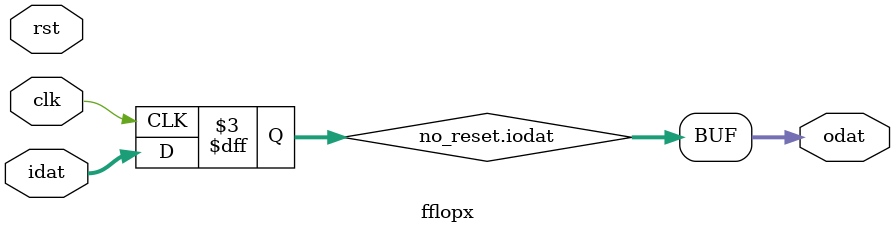
<source format=v>
(* keep_hierarchy = "yes" *) module fflopx
    (
     clk,
     rst,
     idat,
     odat
     );

parameter WIDTH = 8;
parameter RESET_VALUE = {WIDTH{1'b0}};
parameter RESET_ON = 0; //set to 1 if need reset function

input   clk, rst;

input  [WIDTH-1:0] idat;

output [WIDTH-1:0] odat;
//reg [WIDTH-1:0]   odat = RESET_VALUE; // updated by hw-bhtcuong

generate
if (RESET_ON == 0)
    begin: no_reset
    //fflopnx #(WIDTH,RESET_VALUE) flop_ins (clk,rst_,idat,odat)
    /*
    always @ (posedge clk)
    begin
    odat <= idat;
    end
     */
    // added by hw-bhtcuong, thi is use for initial value of synthesis
    reg    [WIDTH-1:0] iodat = RESET_VALUE;
    assign             odat = iodat;
    always @ (posedge clk)
        begin
        iodat <= idat;
        end
    // end
    end
else
    begin:with_reset    
    //fflopsx #(WIDTH,RESET_VALUE) flop_ins (clk,rst_,idat,odat)
    /*
    always @ (posedge clk)
        begin
        if (rst) odat <= RESET_VALUE;
        else odat <= idat;
        end
     */
    // added by hw-bhtcuong, thi is use for initial value of synthesis
    reg    [WIDTH-1:0] iodat = RESET_VALUE;
    assign             odat = iodat;
    always @ (posedge clk)
        begin
        if (rst) iodat <= RESET_VALUE;
        else iodat <= idat;
        end
    // end
    end
endgenerate

endmodule

</source>
